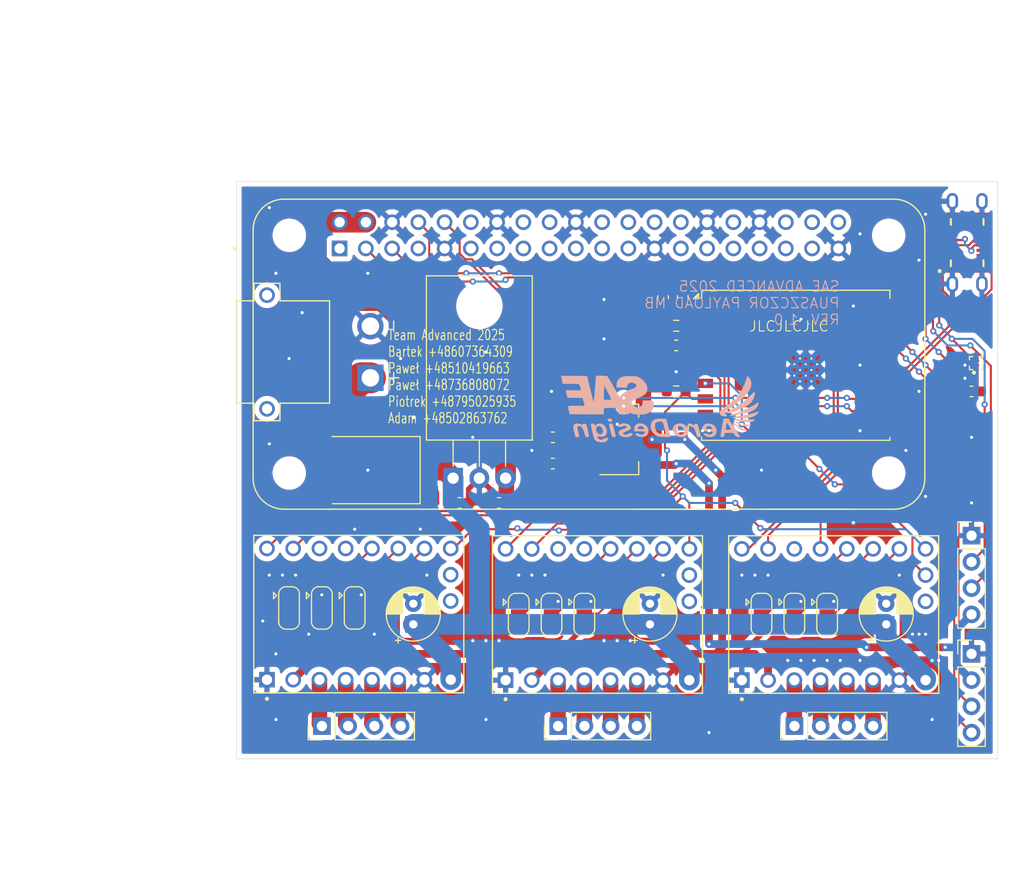
<source format=kicad_pcb>
(kicad_pcb
	(version 20240108)
	(generator "pcbnew")
	(generator_version "8.0")
	(general
		(thickness 1.6)
		(legacy_teardrops no)
	)
	(paper "A4")
	(layers
		(0 "F.Cu" signal)
		(31 "B.Cu" signal)
		(32 "B.Adhes" user "B.Adhesive")
		(33 "F.Adhes" user "F.Adhesive")
		(34 "B.Paste" user)
		(35 "F.Paste" user)
		(36 "B.SilkS" user "B.Silkscreen")
		(37 "F.SilkS" user "F.Silkscreen")
		(38 "B.Mask" user)
		(39 "F.Mask" user)
		(40 "Dwgs.User" user "User.Drawings")
		(41 "Cmts.User" user "User.Comments")
		(42 "Eco1.User" user "User.Eco1")
		(43 "Eco2.User" user "User.Eco2")
		(44 "Edge.Cuts" user)
		(45 "Margin" user)
		(46 "B.CrtYd" user "B.Courtyard")
		(47 "F.CrtYd" user "F.Courtyard")
		(48 "B.Fab" user)
		(49 "F.Fab" user)
		(50 "User.1" user)
		(51 "User.2" user)
		(52 "User.3" user)
		(53 "User.4" user)
		(54 "User.5" user)
		(55 "User.6" user)
		(56 "User.7" user)
		(57 "User.8" user)
		(58 "User.9" user)
	)
	(setup
		(pad_to_mask_clearance 0)
		(allow_soldermask_bridges_in_footprints no)
		(pcbplotparams
			(layerselection 0x00010fc_ffffffff)
			(plot_on_all_layers_selection 0x0000000_00000000)
			(disableapertmacros no)
			(usegerberextensions no)
			(usegerberattributes yes)
			(usegerberadvancedattributes yes)
			(creategerberjobfile yes)
			(dashed_line_dash_ratio 12.000000)
			(dashed_line_gap_ratio 3.000000)
			(svgprecision 4)
			(plotframeref no)
			(viasonmask no)
			(mode 1)
			(useauxorigin no)
			(hpglpennumber 1)
			(hpglpenspeed 20)
			(hpglpendiameter 15.000000)
			(pdf_front_fp_property_popups yes)
			(pdf_back_fp_property_popups yes)
			(dxfpolygonmode yes)
			(dxfimperialunits yes)
			(dxfusepcbnewfont yes)
			(psnegative no)
			(psa4output no)
			(plotreference yes)
			(plotvalue yes)
			(plotfptext yes)
			(plotinvisibletext no)
			(sketchpadsonfab no)
			(subtractmaskfromsilk no)
			(outputformat 1)
			(mirror no)
			(drillshape 1)
			(scaleselection 1)
			(outputdirectory "")
		)
	)
	(net 0 "")
	(net 1 "GND")
	(net 2 "Net-(U2-EN)")
	(net 3 "+3.3V")
	(net 4 "VBAT")
	(net 5 "+5V")
	(net 6 "Net-(D1-A)")
	(net 7 "/ESP32/RC_RX")
	(net 8 "/ESP32/RC_TX")
	(net 9 "/ESP32/USB_DP")
	(net 10 "unconnected-(J3-CC2-PadB5)")
	(net 11 "unconnected-(J3-SBU1-PadA8)")
	(net 12 "/ESP32/USB_DN")
	(net 13 "unconnected-(J3-CC1-PadA5)")
	(net 14 "unconnected-(J3-VBUS_A-PadA4)")
	(net 15 "unconnected-(J3-VBUS_B-PadB4)")
	(net 16 "unconnected-(J3-VBUS_B-PadB4)_1")
	(net 17 "unconnected-(J3-VBUS_A-PadA4)_1")
	(net 18 "unconnected-(J3-SBU2-PadB8)")
	(net 19 "Net-(J6-Pin_1)")
	(net 20 "Net-(J6-Pin_2)")
	(net 21 "Net-(J6-Pin_3)")
	(net 22 "Net-(J6-Pin_4)")
	(net 23 "Net-(J8-Pin_1)")
	(net 24 "Net-(J8-Pin_4)")
	(net 25 "Net-(J8-Pin_3)")
	(net 26 "Net-(J8-Pin_2)")
	(net 27 "Net-(J10-Pin_1)")
	(net 28 "Net-(J10-Pin_3)")
	(net 29 "Net-(J10-Pin_4)")
	(net 30 "Net-(J10-Pin_2)")
	(net 31 "/StepStick1/MS3")
	(net 32 "/StepStick2/MS3")
	(net 33 "/StepStick3/MS3")
	(net 34 "/ESP32/MOT3_DIR")
	(net 35 "/ESP_RX")
	(net 36 "/ESP32/MOT3_STP")
	(net 37 "/ESP_TX")
	(net 38 "/ESP32/MOT1_DIR")
	(net 39 "/ESP32/MOT1_STP")
	(net 40 "/ESP32/MOT2_DIR")
	(net 41 "/ESP32/MOT2_STP")
	(net 42 "unconnected-(U3-GPIO4{slash}GPIO_GCLK-Pad7)")
	(net 43 "unconnected-(U3-GPIO5-Pad29)")
	(net 44 "unconnected-(U3-GPIO11{slash}SPI_SCLK-Pad23)")
	(net 45 "unconnected-(U3-GPIO19-Pad35)")
	(net 46 "unconnected-(U3-GPIO7{slash}SPI_~{CE1}-Pad26)")
	(net 47 "unconnected-(U3-3V3_17-Pad17)")
	(net 48 "unconnected-(U3-GPIO10{slash}SPI_MOSI-Pad19)")
	(net 49 "unconnected-(U3-GPIO26-Pad37)")
	(net 50 "unconnected-(U3-GPIO20-Pad38)")
	(net 51 "unconnected-(U3-GPIO24{slash}GPIO_GEN5-Pad18)")
	(net 52 "unconnected-(U3-GPIO12-Pad32)")
	(net 53 "unconnected-(U3-ID_SC-Pad28)")
	(net 54 "unconnected-(U3-GPIO27{slash}GPIO_GEN2-Pad13)")
	(net 55 "unconnected-(U3-3V3_1-Pad1)")
	(net 56 "unconnected-(U3-GPIO17{slash}GPIO_GEN0-Pad11)")
	(net 57 "unconnected-(U3-GPIO6-Pad31)")
	(net 58 "unconnected-(U3-GPIO13-Pad33)")
	(net 59 "unconnected-(U3-ID_SD-Pad27)")
	(net 60 "unconnected-(U3-GPIO18{slash}GPIO_GEN1-Pad12)")
	(net 61 "unconnected-(U3-GPIO23{slash}GPIO_GEN4-Pad16)")
	(net 62 "unconnected-(U3-GPIO25{slash}GPIO_GEN6-Pad22)")
	(net 63 "unconnected-(U3-GPIO9{slash}SPI_MISO-Pad21)")
	(net 64 "unconnected-(U3-GPIO22{slash}GPIO_GEN3-Pad15)")
	(net 65 "unconnected-(U3-GPIO8{slash}SPI_~{CE0}-Pad24)")
	(net 66 "unconnected-(U3-GPIO21-Pad40)")
	(net 67 "unconnected-(U3-GPIO16-Pad36)")
	(net 68 "/StepStick1/MS2")
	(net 69 "/StepStick2/MS2")
	(net 70 "/StepStick3/MS2")
	(net 71 "/StepStick1/MS1")
	(net 72 "/StepStick2/MS1")
	(net 73 "/StepStick3/MS1")
	(net 74 "/EN")
	(net 75 "/ESP32/DIAG")
	(net 76 "/ESP32/UART")
	(net 77 "/StepStick2/DIAG")
	(net 78 "unconnected-(U8-INDEX-Pad17)")
	(net 79 "/StepStick2/UART")
	(net 80 "/StepStick3/UART")
	(net 81 "unconnected-(U8-PDN-Pad11)")
	(net 82 "/StepStick3/DIAG")
	(net 83 "unconnected-(U9-INDEX-Pad17)")
	(net 84 "unconnected-(U9-PDN-Pad11)")
	(net 85 "unconnected-(U10-PDN-Pad11)")
	(net 86 "unconnected-(U10-INDEX-Pad17)")
	(net 87 "/I2C_SDA")
	(net 88 "/I2C_SCL")
	(footprint "Capacitor_THT:CP_Radial_D5.0mm_P2.00mm" (layer "F.Cu") (at 111.76 60.645113 90))
	(footprint "Connector_PinHeader_2.54mm:PinHeader_1x04_P2.54mm_Vertical" (layer "F.Cu") (at 80.02 70.485 90))
	(footprint "USB4145-03-0070-C_REVA2:GCT_USB4145-03-0070-C_REVA2" (layer "F.Cu") (at 119.595 23.705 90))
	(footprint "Capacitor_SMD:C_0603_1608Metric_Pad1.08x0.95mm_HandSolder" (layer "F.Cu") (at 79.5 42.545 180))
	(footprint "Capacitor_THT:CP_Radial_D5.0mm_P2.00mm" (layer "F.Cu") (at 66 60.645113 90))
	(footprint "Jumper:SolderJumper-3_P1.3mm_Open_RoundedPad1.0x1.5mm" (layer "F.Cu") (at 76.2 59.69 -90))
	(footprint "TMC2209_SILENTSTEPSTICK:MODULE_TMC2209_SILENTSTEPSTICK" (layer "F.Cu") (at 106.68 59.69 90))
	(footprint "Connector_PinHeader_2.54mm:PinHeader_1x04_P2.54mm_Vertical" (layer "F.Cu") (at 120.015 52.06))
	(footprint "Connector_PinHeader_2.54mm:PinHeader_1x04_P2.54mm_Vertical" (layer "F.Cu") (at 57.16 70.485 90))
	(footprint "Jumper:SolderJumper-3_P1.3mm_Open_RoundedPad1.0x1.5mm" (layer "F.Cu") (at 82.55 59.69 -90))
	(footprint "Jumper:SolderJumper-3_P1.3mm_Open_RoundedPad1.0x1.5mm" (layer "F.Cu") (at 60.325 59.055 -90))
	(footprint "Capacitor_SMD:C_0603_1608Metric_Pad1.08x0.95mm_HandSolder" (layer "F.Cu") (at 79.5 45.085 180))
	(footprint "Resistor_SMD:R_0603_1608Metric_Pad0.98x0.95mm_HandSolder" (layer "F.Cu") (at 91.44 31.75 180))
	(footprint "Capacitor_SMD:C_0603_1608Metric_Pad1.08x0.95mm_HandSolder" (layer "F.Cu") (at 91.44 33.655))
	(footprint "Resistor_SMD:R_0603_1608Metric_Pad0.98x0.95mm_HandSolder" (layer "F.Cu") (at 92.075 41.6325 90))
	(footprint "TMC2209_SILENTSTEPSTICK:MODULE_TMC2209_SILENTSTEPSTICK" (layer "F.Cu") (at 83.82 59.69 90))
	(footprint "Jumper:SolderJumper-3_P1.3mm_Open_RoundedPad1.0x1.5mm" (layer "F.Cu") (at 106.045 59.69 -90))
	(footprint "Capacitor_SMD:C_0603_1608Metric_Pad1.08x0.95mm_HandSolder" (layer "F.Cu") (at 70.485 48.895))
	(footprint "XT30PW-M:AMASS_XT30PW-M" (layer "F.Cu") (at 51.84775 34.29 90))
	(footprint "Capacitor_THT:CP_Radial_D5.0mm_P2.00mm" (layer "F.Cu") (at 88.9 60.645113 90))
	(footprint "RF_Module:ESP32-C3-WROOM-02U"
		(layer "F.Cu")
		(uuid "7d133794-d282-44db-8181-64eadaededf6")
		(at 103.01 35.825)
		(descr "RF Module, ESP32-C3 WROOM-02 , Wi-Fi and Bluetooth, BLE, external antenna, https://www.espressif.com/sites/default/files/documentation/esp32-c3-wroom-02_datasheet_en.pdf")
		(tags "ESP32-C3 WROOM-02 espressif")
		(property "Reference" "U2"
			(at 0 -8.3 0)
			(layer "F.SilkS")
			(hide yes)
			(uuid "903a90cf-fe27-450b-bcf3-affbec1048c1")
			(effects
				(font
					(size 1 1)
					(thickness 0.15)
				)
			)
		)
		(property "Value" "ESP32-C3-WROOM-02U"
			(at 0 8 0)
			(layer "F.Fab")
			(uuid "3ece8b20-3201-4e38-addd-0ea5d3f9f80d")
			(effects
				(font
					(size 1 1)
					(thickness 0.15)
				)
			)
		)
		(property "Footprint" "RF_Module:ESP32-C3-WROOM-02U"
			(at 0 0 0)
			(unlocked yes)
			(layer "F.Fab")
			(hide yes)
			(uuid "64b0338d-ffa7-4568-bc67-fcc985486818")
			(effects
				(font
					(size 1.27 1.27)
					(thickness 0.15)
				)
			)
		)
		(property "Datasheet" "https://www.espressif.com/sites/default/files/documentation/esp32-c3-wroom-02_datasheet_en.pdf"
			(at 0 0 0)
			(unlocked yes)
			(layer "F.Fab")
			(hide yes)
			(uuid "4ffc55e8-e7bf-4442-a828-79f3cbec8289")
			(effects
				(font
					(size 1.27 1.27)
					(thickness 0.15)
				)
			)
		)
		(property "Description" "802.11 b/g/n Wi­Fi and Bluetooth 5 module, ESP32­C3 SoC, RISC­V microprocessor, On-board antenna"
			(at 0 0 0)
			(unlocked yes)
			(layer "F.Fab")
			(hide yes)
			(uuid "14c2c1f9-fe7e-4d9d-887f-9125ff43370a")
			(effects
				(font
					(size 1.27 1.27)
					(thickness 0.15)
				)
			)
		)
		(property ki_fp_filters "ESP32?C3*WROOM?02U*")
		(path "/348c2d24-5e7f-486d-b55e-6eb4251a88d6/42f8828d-a09a-42b2-9d96-e035af1ec088")
		(sheetname "ESP32")
		(sheetfile "ESP32.kicad_sch")
		(attr smd)
		(fp_line
			(start -9.11 -7.51)
			(end -9.11 -6.71)
			(stroke
				(width 0.12)
... [710040 chars truncated]
</source>
